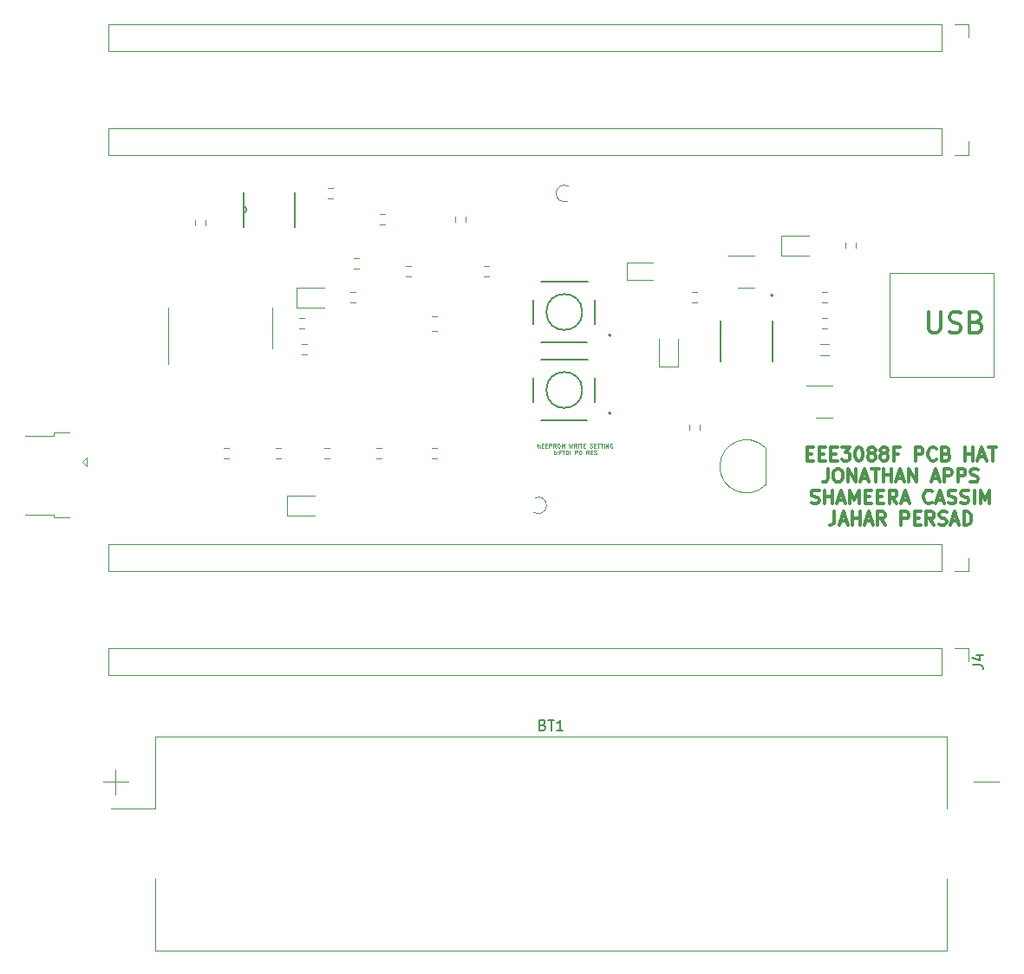
<source format=gbr>
%TF.GenerationSoftware,KiCad,Pcbnew,(6.0.2)*%
%TF.CreationDate,2022-04-14T15:11:51+02:00*%
%TF.ProjectId,main,6d61696e-2e6b-4696-9361-645f70636258,rev?*%
%TF.SameCoordinates,Original*%
%TF.FileFunction,Legend,Top*%
%TF.FilePolarity,Positive*%
%FSLAX46Y46*%
G04 Gerber Fmt 4.6, Leading zero omitted, Abs format (unit mm)*
G04 Created by KiCad (PCBNEW (6.0.2)) date 2022-04-14 15:11:51*
%MOMM*%
%LPD*%
G01*
G04 APERTURE LIST*
%ADD10C,0.100000*%
%ADD11C,0.325000*%
%ADD12C,0.300000*%
%ADD13C,0.075000*%
%ADD14C,0.150000*%
%ADD15C,0.152400*%
%ADD16C,0.120000*%
%ADD17C,0.127000*%
%ADD18C,0.200000*%
G04 APERTURE END LIST*
D10*
X194310000Y-73780000D02*
X204470000Y-73780000D01*
X204470000Y-73780000D02*
X204470000Y-83940000D01*
X204470000Y-83940000D02*
X194310000Y-83940000D01*
X194310000Y-83940000D02*
X194310000Y-73780000D01*
D11*
X186248095Y-91467642D02*
X186681428Y-91467642D01*
X186867142Y-92148595D02*
X186248095Y-92148595D01*
X186248095Y-90848595D01*
X186867142Y-90848595D01*
X187424285Y-91467642D02*
X187857619Y-91467642D01*
X188043333Y-92148595D02*
X187424285Y-92148595D01*
X187424285Y-90848595D01*
X188043333Y-90848595D01*
X188600476Y-91467642D02*
X189033809Y-91467642D01*
X189219523Y-92148595D02*
X188600476Y-92148595D01*
X188600476Y-90848595D01*
X189219523Y-90848595D01*
X189652857Y-90848595D02*
X190457619Y-90848595D01*
X190024285Y-91343833D01*
X190210000Y-91343833D01*
X190333809Y-91405738D01*
X190395714Y-91467642D01*
X190457619Y-91591452D01*
X190457619Y-91900976D01*
X190395714Y-92024785D01*
X190333809Y-92086690D01*
X190210000Y-92148595D01*
X189838571Y-92148595D01*
X189714761Y-92086690D01*
X189652857Y-92024785D01*
X191262380Y-90848595D02*
X191386190Y-90848595D01*
X191510000Y-90910500D01*
X191571904Y-90972404D01*
X191633809Y-91096214D01*
X191695714Y-91343833D01*
X191695714Y-91653357D01*
X191633809Y-91900976D01*
X191571904Y-92024785D01*
X191510000Y-92086690D01*
X191386190Y-92148595D01*
X191262380Y-92148595D01*
X191138571Y-92086690D01*
X191076666Y-92024785D01*
X191014761Y-91900976D01*
X190952857Y-91653357D01*
X190952857Y-91343833D01*
X191014761Y-91096214D01*
X191076666Y-90972404D01*
X191138571Y-90910500D01*
X191262380Y-90848595D01*
X192438571Y-91405738D02*
X192314761Y-91343833D01*
X192252857Y-91281928D01*
X192190952Y-91158119D01*
X192190952Y-91096214D01*
X192252857Y-90972404D01*
X192314761Y-90910500D01*
X192438571Y-90848595D01*
X192686190Y-90848595D01*
X192810000Y-90910500D01*
X192871904Y-90972404D01*
X192933809Y-91096214D01*
X192933809Y-91158119D01*
X192871904Y-91281928D01*
X192810000Y-91343833D01*
X192686190Y-91405738D01*
X192438571Y-91405738D01*
X192314761Y-91467642D01*
X192252857Y-91529547D01*
X192190952Y-91653357D01*
X192190952Y-91900976D01*
X192252857Y-92024785D01*
X192314761Y-92086690D01*
X192438571Y-92148595D01*
X192686190Y-92148595D01*
X192810000Y-92086690D01*
X192871904Y-92024785D01*
X192933809Y-91900976D01*
X192933809Y-91653357D01*
X192871904Y-91529547D01*
X192810000Y-91467642D01*
X192686190Y-91405738D01*
X193676666Y-91405738D02*
X193552857Y-91343833D01*
X193490952Y-91281928D01*
X193429047Y-91158119D01*
X193429047Y-91096214D01*
X193490952Y-90972404D01*
X193552857Y-90910500D01*
X193676666Y-90848595D01*
X193924285Y-90848595D01*
X194048095Y-90910500D01*
X194110000Y-90972404D01*
X194171904Y-91096214D01*
X194171904Y-91158119D01*
X194110000Y-91281928D01*
X194048095Y-91343833D01*
X193924285Y-91405738D01*
X193676666Y-91405738D01*
X193552857Y-91467642D01*
X193490952Y-91529547D01*
X193429047Y-91653357D01*
X193429047Y-91900976D01*
X193490952Y-92024785D01*
X193552857Y-92086690D01*
X193676666Y-92148595D01*
X193924285Y-92148595D01*
X194048095Y-92086690D01*
X194110000Y-92024785D01*
X194171904Y-91900976D01*
X194171904Y-91653357D01*
X194110000Y-91529547D01*
X194048095Y-91467642D01*
X193924285Y-91405738D01*
X195162380Y-91467642D02*
X194729047Y-91467642D01*
X194729047Y-92148595D02*
X194729047Y-90848595D01*
X195348095Y-90848595D01*
X196833809Y-92148595D02*
X196833809Y-90848595D01*
X197329047Y-90848595D01*
X197452857Y-90910500D01*
X197514761Y-90972404D01*
X197576666Y-91096214D01*
X197576666Y-91281928D01*
X197514761Y-91405738D01*
X197452857Y-91467642D01*
X197329047Y-91529547D01*
X196833809Y-91529547D01*
X198876666Y-92024785D02*
X198814761Y-92086690D01*
X198629047Y-92148595D01*
X198505238Y-92148595D01*
X198319523Y-92086690D01*
X198195714Y-91962880D01*
X198133809Y-91839071D01*
X198071904Y-91591452D01*
X198071904Y-91405738D01*
X198133809Y-91158119D01*
X198195714Y-91034309D01*
X198319523Y-90910500D01*
X198505238Y-90848595D01*
X198629047Y-90848595D01*
X198814761Y-90910500D01*
X198876666Y-90972404D01*
X199867142Y-91467642D02*
X200052857Y-91529547D01*
X200114761Y-91591452D01*
X200176666Y-91715261D01*
X200176666Y-91900976D01*
X200114761Y-92024785D01*
X200052857Y-92086690D01*
X199929047Y-92148595D01*
X199433809Y-92148595D01*
X199433809Y-90848595D01*
X199867142Y-90848595D01*
X199990952Y-90910500D01*
X200052857Y-90972404D01*
X200114761Y-91096214D01*
X200114761Y-91220023D01*
X200052857Y-91343833D01*
X199990952Y-91405738D01*
X199867142Y-91467642D01*
X199433809Y-91467642D01*
X201724285Y-92148595D02*
X201724285Y-90848595D01*
X201724285Y-91467642D02*
X202467142Y-91467642D01*
X202467142Y-92148595D02*
X202467142Y-90848595D01*
X203024285Y-91777166D02*
X203643333Y-91777166D01*
X202900476Y-92148595D02*
X203333809Y-90848595D01*
X203767142Y-92148595D01*
X204014761Y-90848595D02*
X204757619Y-90848595D01*
X204386190Y-92148595D02*
X204386190Y-90848595D01*
X188290952Y-92941595D02*
X188290952Y-93870166D01*
X188229047Y-94055880D01*
X188105238Y-94179690D01*
X187919523Y-94241595D01*
X187795714Y-94241595D01*
X189157619Y-92941595D02*
X189405238Y-92941595D01*
X189529047Y-93003500D01*
X189652857Y-93127309D01*
X189714761Y-93374928D01*
X189714761Y-93808261D01*
X189652857Y-94055880D01*
X189529047Y-94179690D01*
X189405238Y-94241595D01*
X189157619Y-94241595D01*
X189033809Y-94179690D01*
X188910000Y-94055880D01*
X188848095Y-93808261D01*
X188848095Y-93374928D01*
X188910000Y-93127309D01*
X189033809Y-93003500D01*
X189157619Y-92941595D01*
X190271904Y-94241595D02*
X190271904Y-92941595D01*
X191014761Y-94241595D01*
X191014761Y-92941595D01*
X191571904Y-93870166D02*
X192190952Y-93870166D01*
X191448095Y-94241595D02*
X191881428Y-92941595D01*
X192314761Y-94241595D01*
X192562380Y-92941595D02*
X193305238Y-92941595D01*
X192933809Y-94241595D02*
X192933809Y-92941595D01*
X193738571Y-94241595D02*
X193738571Y-92941595D01*
X193738571Y-93560642D02*
X194481428Y-93560642D01*
X194481428Y-94241595D02*
X194481428Y-92941595D01*
X195038571Y-93870166D02*
X195657619Y-93870166D01*
X194914761Y-94241595D02*
X195348095Y-92941595D01*
X195781428Y-94241595D01*
X196214761Y-94241595D02*
X196214761Y-92941595D01*
X196957619Y-94241595D01*
X196957619Y-92941595D01*
X198505238Y-93870166D02*
X199124285Y-93870166D01*
X198381428Y-94241595D02*
X198814761Y-92941595D01*
X199248095Y-94241595D01*
X199681428Y-94241595D02*
X199681428Y-92941595D01*
X200176666Y-92941595D01*
X200300476Y-93003500D01*
X200362380Y-93065404D01*
X200424285Y-93189214D01*
X200424285Y-93374928D01*
X200362380Y-93498738D01*
X200300476Y-93560642D01*
X200176666Y-93622547D01*
X199681428Y-93622547D01*
X200981428Y-94241595D02*
X200981428Y-92941595D01*
X201476666Y-92941595D01*
X201600476Y-93003500D01*
X201662380Y-93065404D01*
X201724285Y-93189214D01*
X201724285Y-93374928D01*
X201662380Y-93498738D01*
X201600476Y-93560642D01*
X201476666Y-93622547D01*
X200981428Y-93622547D01*
X202219523Y-94179690D02*
X202405238Y-94241595D01*
X202714761Y-94241595D01*
X202838571Y-94179690D01*
X202900476Y-94117785D01*
X202962380Y-93993976D01*
X202962380Y-93870166D01*
X202900476Y-93746357D01*
X202838571Y-93684452D01*
X202714761Y-93622547D01*
X202467142Y-93560642D01*
X202343333Y-93498738D01*
X202281428Y-93436833D01*
X202219523Y-93313023D01*
X202219523Y-93189214D01*
X202281428Y-93065404D01*
X202343333Y-93003500D01*
X202467142Y-92941595D01*
X202776666Y-92941595D01*
X202962380Y-93003500D01*
X186681428Y-96272690D02*
X186867142Y-96334595D01*
X187176666Y-96334595D01*
X187300476Y-96272690D01*
X187362380Y-96210785D01*
X187424285Y-96086976D01*
X187424285Y-95963166D01*
X187362380Y-95839357D01*
X187300476Y-95777452D01*
X187176666Y-95715547D01*
X186929047Y-95653642D01*
X186805238Y-95591738D01*
X186743333Y-95529833D01*
X186681428Y-95406023D01*
X186681428Y-95282214D01*
X186743333Y-95158404D01*
X186805238Y-95096500D01*
X186929047Y-95034595D01*
X187238571Y-95034595D01*
X187424285Y-95096500D01*
X187981428Y-96334595D02*
X187981428Y-95034595D01*
X187981428Y-95653642D02*
X188724285Y-95653642D01*
X188724285Y-96334595D02*
X188724285Y-95034595D01*
X189281428Y-95963166D02*
X189900476Y-95963166D01*
X189157619Y-96334595D02*
X189590952Y-95034595D01*
X190024285Y-96334595D01*
X190457619Y-96334595D02*
X190457619Y-95034595D01*
X190890952Y-95963166D01*
X191324285Y-95034595D01*
X191324285Y-96334595D01*
X191943333Y-95653642D02*
X192376666Y-95653642D01*
X192562380Y-96334595D02*
X191943333Y-96334595D01*
X191943333Y-95034595D01*
X192562380Y-95034595D01*
X193119523Y-95653642D02*
X193552857Y-95653642D01*
X193738571Y-96334595D02*
X193119523Y-96334595D01*
X193119523Y-95034595D01*
X193738571Y-95034595D01*
X195038571Y-96334595D02*
X194605238Y-95715547D01*
X194295714Y-96334595D02*
X194295714Y-95034595D01*
X194790952Y-95034595D01*
X194914761Y-95096500D01*
X194976666Y-95158404D01*
X195038571Y-95282214D01*
X195038571Y-95467928D01*
X194976666Y-95591738D01*
X194914761Y-95653642D01*
X194790952Y-95715547D01*
X194295714Y-95715547D01*
X195533809Y-95963166D02*
X196152857Y-95963166D01*
X195410000Y-96334595D02*
X195843333Y-95034595D01*
X196276666Y-96334595D01*
X198443333Y-96210785D02*
X198381428Y-96272690D01*
X198195714Y-96334595D01*
X198071904Y-96334595D01*
X197886190Y-96272690D01*
X197762380Y-96148880D01*
X197700476Y-96025071D01*
X197638571Y-95777452D01*
X197638571Y-95591738D01*
X197700476Y-95344119D01*
X197762380Y-95220309D01*
X197886190Y-95096500D01*
X198071904Y-95034595D01*
X198195714Y-95034595D01*
X198381428Y-95096500D01*
X198443333Y-95158404D01*
X198938571Y-95963166D02*
X199557619Y-95963166D01*
X198814761Y-96334595D02*
X199248095Y-95034595D01*
X199681428Y-96334595D01*
X200052857Y-96272690D02*
X200238571Y-96334595D01*
X200548095Y-96334595D01*
X200671904Y-96272690D01*
X200733809Y-96210785D01*
X200795714Y-96086976D01*
X200795714Y-95963166D01*
X200733809Y-95839357D01*
X200671904Y-95777452D01*
X200548095Y-95715547D01*
X200300476Y-95653642D01*
X200176666Y-95591738D01*
X200114761Y-95529833D01*
X200052857Y-95406023D01*
X200052857Y-95282214D01*
X200114761Y-95158404D01*
X200176666Y-95096500D01*
X200300476Y-95034595D01*
X200610000Y-95034595D01*
X200795714Y-95096500D01*
X201290952Y-96272690D02*
X201476666Y-96334595D01*
X201786190Y-96334595D01*
X201910000Y-96272690D01*
X201971904Y-96210785D01*
X202033809Y-96086976D01*
X202033809Y-95963166D01*
X201971904Y-95839357D01*
X201910000Y-95777452D01*
X201786190Y-95715547D01*
X201538571Y-95653642D01*
X201414761Y-95591738D01*
X201352857Y-95529833D01*
X201290952Y-95406023D01*
X201290952Y-95282214D01*
X201352857Y-95158404D01*
X201414761Y-95096500D01*
X201538571Y-95034595D01*
X201848095Y-95034595D01*
X202033809Y-95096500D01*
X202590952Y-96334595D02*
X202590952Y-95034595D01*
X203210000Y-96334595D02*
X203210000Y-95034595D01*
X203643333Y-95963166D01*
X204076666Y-95034595D01*
X204076666Y-96334595D01*
X188940952Y-97127595D02*
X188940952Y-98056166D01*
X188879047Y-98241880D01*
X188755238Y-98365690D01*
X188569523Y-98427595D01*
X188445714Y-98427595D01*
X189498095Y-98056166D02*
X190117142Y-98056166D01*
X189374285Y-98427595D02*
X189807619Y-97127595D01*
X190240952Y-98427595D01*
X190674285Y-98427595D02*
X190674285Y-97127595D01*
X190674285Y-97746642D02*
X191417142Y-97746642D01*
X191417142Y-98427595D02*
X191417142Y-97127595D01*
X191974285Y-98056166D02*
X192593333Y-98056166D01*
X191850476Y-98427595D02*
X192283809Y-97127595D01*
X192717142Y-98427595D01*
X193893333Y-98427595D02*
X193460000Y-97808547D01*
X193150476Y-98427595D02*
X193150476Y-97127595D01*
X193645714Y-97127595D01*
X193769523Y-97189500D01*
X193831428Y-97251404D01*
X193893333Y-97375214D01*
X193893333Y-97560928D01*
X193831428Y-97684738D01*
X193769523Y-97746642D01*
X193645714Y-97808547D01*
X193150476Y-97808547D01*
X195440952Y-98427595D02*
X195440952Y-97127595D01*
X195936190Y-97127595D01*
X196060000Y-97189500D01*
X196121904Y-97251404D01*
X196183809Y-97375214D01*
X196183809Y-97560928D01*
X196121904Y-97684738D01*
X196060000Y-97746642D01*
X195936190Y-97808547D01*
X195440952Y-97808547D01*
X196740952Y-97746642D02*
X197174285Y-97746642D01*
X197360000Y-98427595D02*
X196740952Y-98427595D01*
X196740952Y-97127595D01*
X197360000Y-97127595D01*
X198660000Y-98427595D02*
X198226666Y-97808547D01*
X197917142Y-98427595D02*
X197917142Y-97127595D01*
X198412380Y-97127595D01*
X198536190Y-97189500D01*
X198598095Y-97251404D01*
X198660000Y-97375214D01*
X198660000Y-97560928D01*
X198598095Y-97684738D01*
X198536190Y-97746642D01*
X198412380Y-97808547D01*
X197917142Y-97808547D01*
X199155238Y-98365690D02*
X199340952Y-98427595D01*
X199650476Y-98427595D01*
X199774285Y-98365690D01*
X199836190Y-98303785D01*
X199898095Y-98179976D01*
X199898095Y-98056166D01*
X199836190Y-97932357D01*
X199774285Y-97870452D01*
X199650476Y-97808547D01*
X199402857Y-97746642D01*
X199279047Y-97684738D01*
X199217142Y-97622833D01*
X199155238Y-97499023D01*
X199155238Y-97375214D01*
X199217142Y-97251404D01*
X199279047Y-97189500D01*
X199402857Y-97127595D01*
X199712380Y-97127595D01*
X199898095Y-97189500D01*
X200393333Y-98056166D02*
X201012380Y-98056166D01*
X200269523Y-98427595D02*
X200702857Y-97127595D01*
X201136190Y-98427595D01*
X201569523Y-98427595D02*
X201569523Y-97127595D01*
X201879047Y-97127595D01*
X202064761Y-97189500D01*
X202188571Y-97313309D01*
X202250476Y-97437119D01*
X202312380Y-97684738D01*
X202312380Y-97870452D01*
X202250476Y-98118071D01*
X202188571Y-98241880D01*
X202064761Y-98365690D01*
X201879047Y-98427595D01*
X201569523Y-98427595D01*
D12*
X198136190Y-77644761D02*
X198136190Y-79263809D01*
X198231428Y-79454285D01*
X198326666Y-79549523D01*
X198517142Y-79644761D01*
X198898095Y-79644761D01*
X199088571Y-79549523D01*
X199183809Y-79454285D01*
X199279047Y-79263809D01*
X199279047Y-77644761D01*
X200136190Y-79549523D02*
X200421904Y-79644761D01*
X200898095Y-79644761D01*
X201088571Y-79549523D01*
X201183809Y-79454285D01*
X201279047Y-79263809D01*
X201279047Y-79073333D01*
X201183809Y-78882857D01*
X201088571Y-78787619D01*
X200898095Y-78692380D01*
X200517142Y-78597142D01*
X200326666Y-78501904D01*
X200231428Y-78406666D01*
X200136190Y-78216190D01*
X200136190Y-78025714D01*
X200231428Y-77835238D01*
X200326666Y-77740000D01*
X200517142Y-77644761D01*
X200993333Y-77644761D01*
X201279047Y-77740000D01*
X202802857Y-78597142D02*
X203088571Y-78692380D01*
X203183809Y-78787619D01*
X203279047Y-78978095D01*
X203279047Y-79263809D01*
X203183809Y-79454285D01*
X203088571Y-79549523D01*
X202898095Y-79644761D01*
X202136190Y-79644761D01*
X202136190Y-77644761D01*
X202802857Y-77644761D01*
X202993333Y-77740000D01*
X203088571Y-77835238D01*
X203183809Y-78025714D01*
X203183809Y-78216190D01*
X203088571Y-78406666D01*
X202993333Y-78501904D01*
X202802857Y-78597142D01*
X202136190Y-78597142D01*
D13*
X159875714Y-90622285D02*
X160028095Y-90622285D01*
X159932857Y-90488952D02*
X159932857Y-90831809D01*
X159951904Y-90869904D01*
X159990000Y-90888952D01*
X160028095Y-90888952D01*
X160161428Y-90850857D02*
X160180476Y-90869904D01*
X160161428Y-90888952D01*
X160142380Y-90869904D01*
X160161428Y-90850857D01*
X160161428Y-90888952D01*
X160161428Y-90641333D02*
X160180476Y-90660380D01*
X160161428Y-90679428D01*
X160142380Y-90660380D01*
X160161428Y-90641333D01*
X160161428Y-90679428D01*
X160351904Y-90679428D02*
X160485238Y-90679428D01*
X160542380Y-90888952D02*
X160351904Y-90888952D01*
X160351904Y-90488952D01*
X160542380Y-90488952D01*
X160713809Y-90679428D02*
X160847142Y-90679428D01*
X160904285Y-90888952D02*
X160713809Y-90888952D01*
X160713809Y-90488952D01*
X160904285Y-90488952D01*
X161075714Y-90888952D02*
X161075714Y-90488952D01*
X161228095Y-90488952D01*
X161266190Y-90508000D01*
X161285238Y-90527047D01*
X161304285Y-90565142D01*
X161304285Y-90622285D01*
X161285238Y-90660380D01*
X161266190Y-90679428D01*
X161228095Y-90698476D01*
X161075714Y-90698476D01*
X161704285Y-90888952D02*
X161570952Y-90698476D01*
X161475714Y-90888952D02*
X161475714Y-90488952D01*
X161628095Y-90488952D01*
X161666190Y-90508000D01*
X161685238Y-90527047D01*
X161704285Y-90565142D01*
X161704285Y-90622285D01*
X161685238Y-90660380D01*
X161666190Y-90679428D01*
X161628095Y-90698476D01*
X161475714Y-90698476D01*
X161951904Y-90488952D02*
X162028095Y-90488952D01*
X162066190Y-90508000D01*
X162104285Y-90546095D01*
X162123333Y-90622285D01*
X162123333Y-90755619D01*
X162104285Y-90831809D01*
X162066190Y-90869904D01*
X162028095Y-90888952D01*
X161951904Y-90888952D01*
X161913809Y-90869904D01*
X161875714Y-90831809D01*
X161856666Y-90755619D01*
X161856666Y-90622285D01*
X161875714Y-90546095D01*
X161913809Y-90508000D01*
X161951904Y-90488952D01*
X162294761Y-90888952D02*
X162294761Y-90488952D01*
X162428095Y-90774666D01*
X162561428Y-90488952D01*
X162561428Y-90888952D01*
X163018571Y-90488952D02*
X163113809Y-90888952D01*
X163190000Y-90603238D01*
X163266190Y-90888952D01*
X163361428Y-90488952D01*
X163742380Y-90888952D02*
X163609047Y-90698476D01*
X163513809Y-90888952D02*
X163513809Y-90488952D01*
X163666190Y-90488952D01*
X163704285Y-90508000D01*
X163723333Y-90527047D01*
X163742380Y-90565142D01*
X163742380Y-90622285D01*
X163723333Y-90660380D01*
X163704285Y-90679428D01*
X163666190Y-90698476D01*
X163513809Y-90698476D01*
X163913809Y-90888952D02*
X163913809Y-90488952D01*
X164047142Y-90488952D02*
X164275714Y-90488952D01*
X164161428Y-90888952D02*
X164161428Y-90488952D01*
X164409047Y-90679428D02*
X164542380Y-90679428D01*
X164599523Y-90888952D02*
X164409047Y-90888952D01*
X164409047Y-90488952D01*
X164599523Y-90488952D01*
X165056666Y-90869904D02*
X165113809Y-90888952D01*
X165209047Y-90888952D01*
X165247142Y-90869904D01*
X165266190Y-90850857D01*
X165285238Y-90812761D01*
X165285238Y-90774666D01*
X165266190Y-90736571D01*
X165247142Y-90717523D01*
X165209047Y-90698476D01*
X165132857Y-90679428D01*
X165094761Y-90660380D01*
X165075714Y-90641333D01*
X165056666Y-90603238D01*
X165056666Y-90565142D01*
X165075714Y-90527047D01*
X165094761Y-90508000D01*
X165132857Y-90488952D01*
X165228095Y-90488952D01*
X165285238Y-90508000D01*
X165456666Y-90679428D02*
X165590000Y-90679428D01*
X165647142Y-90888952D02*
X165456666Y-90888952D01*
X165456666Y-90488952D01*
X165647142Y-90488952D01*
X165761428Y-90488952D02*
X165990000Y-90488952D01*
X165875714Y-90888952D02*
X165875714Y-90488952D01*
X166066190Y-90488952D02*
X166294761Y-90488952D01*
X166180476Y-90888952D02*
X166180476Y-90488952D01*
X166428095Y-90888952D02*
X166428095Y-90488952D01*
X166618571Y-90888952D02*
X166618571Y-90488952D01*
X166847142Y-90888952D01*
X166847142Y-90488952D01*
X167247142Y-90508000D02*
X167209047Y-90488952D01*
X167151904Y-90488952D01*
X167094761Y-90508000D01*
X167056666Y-90546095D01*
X167037619Y-90584190D01*
X167018571Y-90660380D01*
X167018571Y-90717523D01*
X167037619Y-90793714D01*
X167056666Y-90831809D01*
X167094761Y-90869904D01*
X167151904Y-90888952D01*
X167190000Y-90888952D01*
X167247142Y-90869904D01*
X167266190Y-90850857D01*
X167266190Y-90717523D01*
X167190000Y-90717523D01*
X161513809Y-91532952D02*
X161513809Y-91132952D01*
X161513809Y-91285333D02*
X161551904Y-91266285D01*
X161628095Y-91266285D01*
X161666190Y-91285333D01*
X161685238Y-91304380D01*
X161704285Y-91342476D01*
X161704285Y-91456761D01*
X161685238Y-91494857D01*
X161666190Y-91513904D01*
X161628095Y-91532952D01*
X161551904Y-91532952D01*
X161513809Y-91513904D01*
X161875714Y-91494857D02*
X161894761Y-91513904D01*
X161875714Y-91532952D01*
X161856666Y-91513904D01*
X161875714Y-91494857D01*
X161875714Y-91532952D01*
X161875714Y-91285333D02*
X161894761Y-91304380D01*
X161875714Y-91323428D01*
X161856666Y-91304380D01*
X161875714Y-91285333D01*
X161875714Y-91323428D01*
X162199523Y-91323428D02*
X162066190Y-91323428D01*
X162066190Y-91532952D02*
X162066190Y-91132952D01*
X162256666Y-91132952D01*
X162351904Y-91132952D02*
X162580476Y-91132952D01*
X162466190Y-91532952D02*
X162466190Y-91132952D01*
X162713809Y-91532952D02*
X162713809Y-91132952D01*
X162809047Y-91132952D01*
X162866190Y-91152000D01*
X162904285Y-91190095D01*
X162923333Y-91228190D01*
X162942380Y-91304380D01*
X162942380Y-91361523D01*
X162923333Y-91437714D01*
X162904285Y-91475809D01*
X162866190Y-91513904D01*
X162809047Y-91532952D01*
X162713809Y-91532952D01*
X163113809Y-91532952D02*
X163113809Y-91132952D01*
X163609047Y-91532952D02*
X163609047Y-91132952D01*
X163761428Y-91132952D01*
X163799523Y-91152000D01*
X163818571Y-91171047D01*
X163837619Y-91209142D01*
X163837619Y-91266285D01*
X163818571Y-91304380D01*
X163799523Y-91323428D01*
X163761428Y-91342476D01*
X163609047Y-91342476D01*
X164009047Y-91532952D02*
X164009047Y-91132952D01*
X164104285Y-91132952D01*
X164161428Y-91152000D01*
X164199523Y-91190095D01*
X164218571Y-91228190D01*
X164237619Y-91304380D01*
X164237619Y-91361523D01*
X164218571Y-91437714D01*
X164199523Y-91475809D01*
X164161428Y-91513904D01*
X164104285Y-91532952D01*
X164009047Y-91532952D01*
X164942380Y-91532952D02*
X164809047Y-91342476D01*
X164713809Y-91532952D02*
X164713809Y-91132952D01*
X164866190Y-91132952D01*
X164904285Y-91152000D01*
X164923333Y-91171047D01*
X164942380Y-91209142D01*
X164942380Y-91266285D01*
X164923333Y-91304380D01*
X164904285Y-91323428D01*
X164866190Y-91342476D01*
X164713809Y-91342476D01*
X165113809Y-91323428D02*
X165247142Y-91323428D01*
X165304285Y-91532952D02*
X165113809Y-91532952D01*
X165113809Y-91132952D01*
X165304285Y-91132952D01*
X165456666Y-91513904D02*
X165513809Y-91532952D01*
X165609047Y-91532952D01*
X165647142Y-91513904D01*
X165666190Y-91494857D01*
X165685238Y-91456761D01*
X165685238Y-91418666D01*
X165666190Y-91380571D01*
X165647142Y-91361523D01*
X165609047Y-91342476D01*
X165532857Y-91323428D01*
X165494761Y-91304380D01*
X165475714Y-91285333D01*
X165456666Y-91247238D01*
X165456666Y-91209142D01*
X165475714Y-91171047D01*
X165494761Y-91152000D01*
X165532857Y-91132952D01*
X165628095Y-91132952D01*
X165685238Y-91152000D01*
D14*
%TO.C,BT1*%
X160464285Y-117968571D02*
X160607142Y-118016190D01*
X160654761Y-118063809D01*
X160702380Y-118159047D01*
X160702380Y-118301904D01*
X160654761Y-118397142D01*
X160607142Y-118444761D01*
X160511904Y-118492380D01*
X160130952Y-118492380D01*
X160130952Y-117492380D01*
X160464285Y-117492380D01*
X160559523Y-117540000D01*
X160607142Y-117587619D01*
X160654761Y-117682857D01*
X160654761Y-117778095D01*
X160607142Y-117873333D01*
X160559523Y-117920952D01*
X160464285Y-117968571D01*
X160130952Y-117968571D01*
X160988095Y-117492380D02*
X161559523Y-117492380D01*
X161273809Y-118492380D02*
X161273809Y-117492380D01*
X162416666Y-118492380D02*
X161845238Y-118492380D01*
X162130952Y-118492380D02*
X162130952Y-117492380D01*
X162035714Y-117635238D01*
X161940476Y-117730476D01*
X161845238Y-117778095D01*
%TO.C,J4*%
X202442380Y-112093333D02*
X203156666Y-112093333D01*
X203299523Y-112140952D01*
X203394761Y-112236190D01*
X203442380Y-112379047D01*
X203442380Y-112474285D01*
X202775714Y-111188571D02*
X203442380Y-111188571D01*
X202394761Y-111426666D02*
X203109047Y-111664761D01*
X203109047Y-111045714D01*
D15*
%TO.C,U3*%
X131220800Y-67914800D02*
X131220800Y-69286400D01*
X131220800Y-65933600D02*
X131220800Y-67305200D01*
X136199200Y-69286400D02*
X136199200Y-65933600D01*
X131220800Y-67305200D02*
X131220800Y-67914800D01*
X131220800Y-67914800D02*
G75*
G03*
X131220800Y-67305200I0J304800D01*
G01*
D16*
%TO.C,U5*%
X123890000Y-79190000D02*
X123890000Y-77240000D01*
X134010000Y-79190000D02*
X134010000Y-77240000D01*
X134010000Y-79190000D02*
X134010000Y-81140000D01*
X123890000Y-79190000D02*
X123890000Y-82690000D01*
D17*
%TO.C,U4*%
X177850000Y-78430000D02*
X177850000Y-82430000D01*
X182870000Y-78430000D02*
X182870000Y-82430000D01*
D18*
X182935000Y-75985000D02*
G75*
G03*
X182935000Y-75985000I-100000J0D01*
G01*
D16*
%TO.C,LDR1*%
X159602867Y-97220000D02*
G75*
G03*
X159699905Y-95770641I417133J700000D01*
G01*
%TO.C,BT1*%
X199890000Y-132980000D02*
X199890000Y-139980000D01*
X199890000Y-139980000D02*
X122610000Y-139980000D01*
X199890000Y-119100000D02*
X122610000Y-119100000D01*
X122610000Y-119100000D02*
X122610000Y-126100000D01*
X118750000Y-124790000D02*
X118750000Y-122290000D01*
X122610000Y-126100000D02*
X118250000Y-126100000D01*
X117500000Y-123540000D02*
X120000000Y-123540000D01*
X122610000Y-139980000D02*
X122610000Y-132980000D01*
X199890000Y-126100000D02*
X199890000Y-119120000D01*
X205000000Y-123540000D02*
X202500000Y-123540000D01*
%TO.C,R5*%
X189977500Y-70882742D02*
X189977500Y-71357258D01*
X191022500Y-70882742D02*
X191022500Y-71357258D01*
%TO.C,R17*%
X136692742Y-79262500D02*
X137167258Y-79262500D01*
X136692742Y-78217500D02*
X137167258Y-78217500D01*
%TO.C,R7*%
X152922500Y-68817258D02*
X152922500Y-68342742D01*
X151877500Y-68817258D02*
X151877500Y-68342742D01*
%TO.C,R1*%
X187722742Y-76722500D02*
X188197258Y-76722500D01*
X187722742Y-75677500D02*
X188197258Y-75677500D01*
%TO.C,D1*%
X171760000Y-82965000D02*
X173680000Y-82965000D01*
X173680000Y-82965000D02*
X173680000Y-80280000D01*
X171760000Y-80280000D02*
X171760000Y-82965000D01*
%TO.C,R14*%
X149622742Y-90917500D02*
X150097258Y-90917500D01*
X149622742Y-91962500D02*
X150097258Y-91962500D01*
%TO.C,R4*%
X174737500Y-89137258D02*
X174737500Y-88662742D01*
X175782500Y-89137258D02*
X175782500Y-88662742D01*
%TO.C,J2*%
X199390000Y-62290000D02*
X118050000Y-62290000D01*
X201990000Y-60960000D02*
X201990000Y-62290000D01*
X118050000Y-59630000D02*
X118050000Y-62290000D01*
X199390000Y-59630000D02*
X199390000Y-62290000D01*
X199390000Y-59630000D02*
X118050000Y-59630000D01*
X201990000Y-62290000D02*
X200660000Y-62290000D01*
%TO.C,R19*%
X129302742Y-90917500D02*
X129777258Y-90917500D01*
X129302742Y-91962500D02*
X129777258Y-91962500D01*
%TO.C,D4*%
X138160000Y-95560000D02*
X135475000Y-95560000D01*
X135475000Y-95560000D02*
X135475000Y-97480000D01*
X135475000Y-97480000D02*
X138160000Y-97480000D01*
%TO.C,R6*%
X154702742Y-74182500D02*
X155177258Y-74182500D01*
X154702742Y-73137500D02*
X155177258Y-73137500D01*
%TO.C,R3*%
X175497258Y-76722500D02*
X175022742Y-76722500D01*
X175497258Y-75677500D02*
X175022742Y-75677500D01*
%TO.C,R20*%
X134382742Y-91962500D02*
X134857258Y-91962500D01*
X134382742Y-90917500D02*
X134857258Y-90917500D01*
D17*
%TO.C,SW2*%
X164315000Y-85245000D02*
G75*
G03*
X164315000Y-85245000I-1755000J0D01*
G01*
D18*
X167105000Y-87495000D02*
G75*
G03*
X167105000Y-87495000I-100000J0D01*
G01*
D17*
X165555000Y-86395000D02*
X165555000Y-84095000D01*
X160260000Y-82250000D02*
X164860000Y-82250000D01*
X164760000Y-88240000D02*
X160260000Y-88240000D01*
X159560000Y-86395000D02*
X159560000Y-84095000D01*
D16*
%TO.C,J5*%
X109895000Y-89715000D02*
X112695000Y-89715000D01*
X109895000Y-97415000D02*
X112695000Y-97415000D01*
X115945000Y-91865000D02*
X115945000Y-92665000D01*
X112695000Y-97415000D02*
X112695000Y-97715000D01*
X115945000Y-92665000D02*
X115495000Y-92265000D01*
X115495000Y-92265000D02*
X115945000Y-91865000D01*
X112695000Y-89415000D02*
X112695000Y-89715000D01*
X112695000Y-97715000D02*
X114245000Y-97715000D01*
X112695000Y-89415000D02*
X114245000Y-89415000D01*
%TO.C,R9*%
X139462742Y-66562500D02*
X139937258Y-66562500D01*
X139462742Y-65517500D02*
X139937258Y-65517500D01*
%TO.C,C2*%
X149598748Y-78005000D02*
X150121252Y-78005000D01*
X149598748Y-79475000D02*
X150121252Y-79475000D01*
%TO.C,J1*%
X199390000Y-49470000D02*
X118050000Y-49470000D01*
X118050000Y-49470000D02*
X118050000Y-52130000D01*
X201990000Y-49470000D02*
X201990000Y-50800000D01*
X199390000Y-49470000D02*
X199390000Y-52130000D01*
X199390000Y-52130000D02*
X118050000Y-52130000D01*
X200660000Y-49470000D02*
X201990000Y-49470000D01*
%TO.C,R10*%
X142477258Y-73392500D02*
X142002742Y-73392500D01*
X142477258Y-72347500D02*
X142002742Y-72347500D01*
%TO.C,LDR2*%
X162977133Y-65340000D02*
G75*
G03*
X162880095Y-66789359I-417133J-700000D01*
G01*
D18*
%TO.C,SW1*%
X167105000Y-79875000D02*
G75*
G03*
X167105000Y-79875000I-100000J0D01*
G01*
D17*
X164315000Y-77625000D02*
G75*
G03*
X164315000Y-77625000I-1755000J0D01*
G01*
X165555000Y-78775000D02*
X165555000Y-76475000D01*
X160260000Y-74630000D02*
X164860000Y-74630000D01*
X159560000Y-78775000D02*
X159560000Y-76475000D01*
X164760000Y-80620000D02*
X160260000Y-80620000D01*
D16*
%TO.C,U1*%
X180340000Y-75220000D02*
X179540000Y-75220000D01*
X180340000Y-75220000D02*
X181140000Y-75220000D01*
X180340000Y-72100000D02*
X181140000Y-72100000D01*
X180340000Y-72100000D02*
X178540000Y-72100000D01*
%TO.C,R2*%
X188197258Y-79262500D02*
X187722742Y-79262500D01*
X188197258Y-78217500D02*
X187722742Y-78217500D01*
%TO.C,J4*%
X199390000Y-110430000D02*
X118050000Y-110430000D01*
X199390000Y-113090000D02*
X118050000Y-113090000D01*
X201990000Y-110430000D02*
X201990000Y-111760000D01*
X118050000Y-110430000D02*
X118050000Y-113090000D01*
X199390000Y-110430000D02*
X199390000Y-113090000D01*
X200660000Y-110430000D02*
X201990000Y-110430000D01*
%TO.C,R11*%
X145017258Y-68057500D02*
X144542742Y-68057500D01*
X145017258Y-69102500D02*
X144542742Y-69102500D01*
%TO.C,U2*%
X187960000Y-84800000D02*
X186160000Y-84800000D01*
X187960000Y-87920000D02*
X188760000Y-87920000D01*
X187960000Y-84800000D02*
X188760000Y-84800000D01*
X187960000Y-87920000D02*
X187160000Y-87920000D01*
%TO.C,D3*%
X168680000Y-72810000D02*
X171230000Y-72810000D01*
X168680000Y-74510000D02*
X171230000Y-74510000D01*
X168680000Y-72810000D02*
X168680000Y-74510000D01*
%TO.C,J3*%
X199390000Y-102955000D02*
X118050000Y-102955000D01*
X201990000Y-101625000D02*
X201990000Y-102955000D01*
X199390000Y-100295000D02*
X118050000Y-100295000D01*
X118050000Y-100295000D02*
X118050000Y-102955000D01*
X201990000Y-102955000D02*
X200660000Y-102955000D01*
X199390000Y-100295000D02*
X199390000Y-102955000D01*
%TO.C,LED1*%
X136412500Y-77160000D02*
X139097500Y-77160000D01*
X139097500Y-75240000D02*
X136412500Y-75240000D01*
X136412500Y-75240000D02*
X136412500Y-77160000D01*
%TO.C,R15*%
X139117742Y-91962500D02*
X139592258Y-91962500D01*
X139117742Y-90917500D02*
X139592258Y-90917500D01*
%TO.C,R13*%
X141682742Y-76722500D02*
X142157258Y-76722500D01*
X141682742Y-75677500D02*
X142157258Y-75677500D01*
%TO.C,R16*%
X136922742Y-81802500D02*
X137397258Y-81802500D01*
X136922742Y-80757500D02*
X137397258Y-80757500D01*
%TO.C,D2*%
X186420000Y-70160000D02*
X183735000Y-70160000D01*
X183735000Y-72080000D02*
X186420000Y-72080000D01*
X183735000Y-70160000D02*
X183735000Y-72080000D01*
%TO.C,R8*%
X147082742Y-74182500D02*
X147557258Y-74182500D01*
X147082742Y-73137500D02*
X147557258Y-73137500D01*
%TO.C,L1*%
X188359622Y-81840000D02*
X187560378Y-81840000D01*
X188359622Y-80720000D02*
X187560378Y-80720000D01*
%TO.C,R18*%
X144197742Y-90917500D02*
X144672258Y-90917500D01*
X144197742Y-91962500D02*
X144672258Y-91962500D01*
%TO.C,Q1*%
X177739999Y-92710000D02*
G75*
G03*
X182178478Y-94548478I2600001J0D01*
G01*
X182178478Y-90871522D02*
G75*
G03*
X177740000Y-92710000I-1838478J-1838478D01*
G01*
X182190000Y-94510000D02*
X182190000Y-90910000D01*
%TO.C,R12*%
X127522500Y-68687742D02*
X127522500Y-69162258D01*
X126477500Y-68687742D02*
X126477500Y-69162258D01*
%TD*%
M02*

</source>
